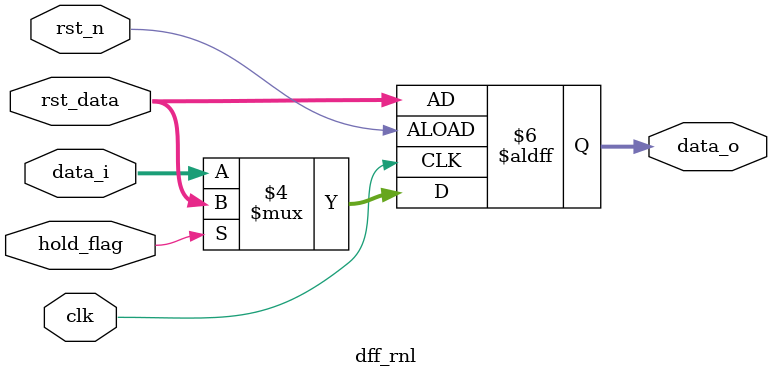
<source format=v>
/*  Ä£¿éÃû£ºdff_rne
    ×÷ÓÃ£º  ±ê×¼dffÄ£¿é£¬´øÒì²½resetn£¬´øÍ¬²½·´Ê¹ÄÜ£¬¸´Î»Ä¬ÈÏÖµÎª0
    ÈÕÆÚ£º  2024/9/20
    ×÷Õß£º  ¾°ÂÌ´¨
    °æ±¾£º  1.0 */
module dff_rnl #(
    parameter WIDTH = 32
)(
    input                   clk,
    input                   rst_n,
    input                   hold_flag,

    input [WIDTH-1:0]       rst_data,
    input [WIDTH-1:0]       data_i,
    output reg[WIDTH-1:0]   data_o

);

    always@(posedge clk or negedge rst_n) begin
        if(!rst_n)
            data_o <= rst_data;
        else if(hold_flag)
            data_o <= rst_data;
        else
            data_o <= data_i; 
    end

endmodule
</source>
